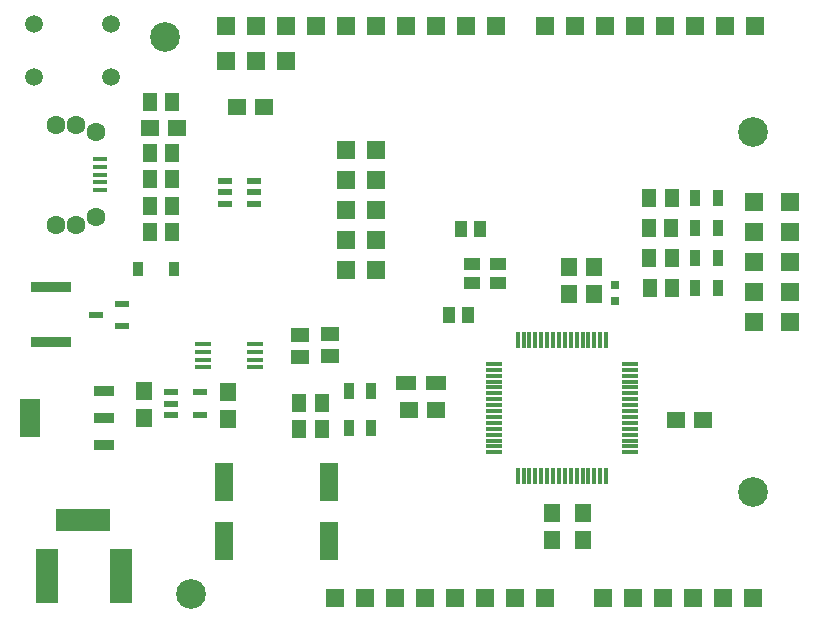
<source format=gtp>
G04 DesignSpark PCB Gerber Version 12.0 Build 5942*
%FSLAX35Y35*%
%MOMM*%
%AMT115*0 Rounded Rectangle Pad at angle 0*4,1,20,-0.89940,-2.29900,0.89940,-2.29900,0.91840,-2.29520,0.93450,-2.28440,0.94520,-2.26830,0.94900,-2.24940,0.94900,2.24940,0.94520,2.26840,0.93440,2.28450,0.91830,2.29520,0.89940,2.29900,-0.89940,2.29900,-0.91840,2.29520,-0.93450,2.28440,-0.94520,2.26830,-0.94900,2.24940,-0.94900,-2.24940,-0.94520,-2.26840,-0.93440,-2.28450,-0.91830,-2.29520,-0.89940,-2.29900,0*%
%ADD115T115*%
%ADD132R,0.29800X1.47300*%
%ADD125R,0.84800X1.19800*%
%ADD123R,0.89800X1.39800*%
%ADD134R,1.01800X1.46800*%
%ADD122R,1.29340X1.52200*%
%ADD120R,1.39500X1.52200*%
%ADD117R,1.59800X3.19800*%
%ADD119R,1.74800X3.19800*%
%ADD121R,1.52200X1.52200*%
%AMT116*0 Rounded Rectangle Pad at angle 90*4,1,20,2.29900,-0.89940,2.29900,0.89940,2.29520,0.91840,2.28440,0.93450,2.26830,0.94520,2.24940,0.94900,-2.24940,0.94900,-2.26840,0.94520,-2.28450,0.93440,-2.29520,0.91830,-2.29900,0.89940,-2.29900,-0.89940,-2.29520,-0.91840,-2.28440,-0.93450,-2.26830,-0.94520,-2.24940,-0.94900,2.24940,-0.94900,2.26840,-0.94520,2.28450,-0.93440,2.29520,-0.91830,2.29900,-0.89940,0*%
%ADD116T116*%
%ADD131R,1.47300X0.29800*%
%ADD128R,1.19800X0.44800*%
%ADD126R,1.39800X0.44800*%
%ADD124R,1.19800X0.59800*%
%ADD137R,0.69800X0.64800*%
%ADD130R,3.42800X0.84800*%
%ADD118R,1.74800X0.94800*%
%ADD133R,1.39800X1.09800*%
%ADD127R,1.52200X1.29340*%
%ADD138C,1.49800*%
%ADD129C,1.59800*%
%ADD136R,1.79800X1.29800*%
%ADD135R,1.52200X1.39500*%
%ADD114C,2.52200*%
X0Y0D02*
D02*
D114*
X43648050Y48045270D03*
X43868050Y43330270D03*
X48633050Y44195270D03*
Y47240270D03*
D02*
D115*
X42655050Y43488270D03*
X43275050D03*
D02*
D116*
X42955050Y43958270D03*
D02*
D117*
X44152050Y43779270D03*
Y44279270D03*
X45038050Y43782270D03*
Y44282270D03*
D02*
D118*
X43137050Y44592270D03*
Y44822270D03*
Y45052270D03*
D02*
D119*
X42507050Y44822270D03*
D02*
D120*
X43476050Y44824970D03*
Y45053570D03*
X44185550Y44810970D03*
Y45039570D03*
X46928050Y43791970D03*
Y44020570D03*
X47071050Y45870970D03*
Y46099570D03*
X47188050Y43790970D03*
Y44019570D03*
X47282050Y45872970D03*
Y46101570D03*
D02*
D121*
X44165550Y47847770D03*
X44170600Y48144000D03*
X44419550Y47847770D03*
X44424600Y48144000D03*
X44673550Y47847770D03*
X44678600Y48144000D03*
X44932600D03*
X45090000Y43301000D03*
X45186600Y46077770D03*
Y46331770D03*
Y46585770D03*
Y46839770D03*
Y47093770D03*
Y48144000D03*
X45344000Y43301000D03*
X45440600Y46077770D03*
Y46331770D03*
Y46585770D03*
Y46839770D03*
Y47093770D03*
Y48144000D03*
X45598000Y43301000D03*
X45694600Y48144000D03*
X45852000Y43301000D03*
X45948600Y48144000D03*
X46106000Y43301000D03*
X46202600Y48144000D03*
X46360000Y43301000D03*
X46456600Y48144000D03*
X46614000Y43301000D03*
X46865050Y48140270D03*
X46868000Y43301000D03*
X47119050Y48140270D03*
X47361000Y43301000D03*
X47373050Y48140270D03*
X47615000Y43301000D03*
X47627050Y48140270D03*
X47869000Y43301000D03*
X47881050Y48140270D03*
X48123000Y43301000D03*
X48135050Y48140270D03*
X48377000Y43301000D03*
X48389050Y48140270D03*
X48631000Y43301000D03*
X48641050Y45639270D03*
Y45893270D03*
Y46147270D03*
Y46401270D03*
Y46655270D03*
X48643050Y48140270D03*
X48942050Y45639270D03*
Y45893270D03*
Y46147270D03*
Y46401270D03*
Y46655270D03*
D02*
D122*
X43520800Y46620270D03*
Y46842270D03*
Y47064270D03*
X43523800Y46394270D03*
Y47495270D03*
X43711300Y46620270D03*
Y46842270D03*
Y47064270D03*
X43714300Y46394270D03*
Y47495270D03*
X44790300Y44727770D03*
Y44950270D03*
X44980800Y44727770D03*
Y44950270D03*
X47747800Y46432770D03*
X47752800Y46177770D03*
Y46682770D03*
X47755300Y45920270D03*
X47938300Y46432770D03*
X47943300Y46177770D03*
Y46682770D03*
X47945800Y45920270D03*
D02*
D123*
X45208050Y44740270D03*
Y45050270D03*
X45398050Y44740270D03*
Y45050270D03*
X48140550Y45920270D03*
X48140560Y46180270D03*
X48143050Y46432770D03*
Y46682770D03*
X48330550Y45920270D03*
X48330560Y46180270D03*
X48333050Y46432770D03*
Y46682770D03*
D02*
D124*
X43070050Y45692270D03*
X43290050Y45597270D03*
Y45787270D03*
X43702050Y44849270D03*
Y44944270D03*
Y45039270D03*
X43952050Y44849270D03*
Y45039270D03*
X44158050Y46637770D03*
Y46732770D03*
Y46827770D03*
X44408050Y46637770D03*
Y46732770D03*
Y46827770D03*
D02*
D125*
X43425550Y46080270D03*
X43730550D03*
D02*
D126*
X43975050Y45251770D03*
Y45316770D03*
Y45381770D03*
Y45446770D03*
X44415050Y45251770D03*
Y45316770D03*
Y45381770D03*
Y45446770D03*
D02*
D127*
X44792050Y45336020D03*
Y45526520D03*
X45051050Y45344020D03*
Y45534520D03*
D02*
D128*
X43100550Y46752770D03*
Y46817770D03*
Y46882770D03*
Y46947770D03*
Y47012770D03*
D02*
D129*
X42725550Y46460270D03*
Y47305270D03*
X42900550Y46460270D03*
Y47305270D03*
X43070550Y46522770D03*
Y47242770D03*
D02*
D130*
X42689050Y45469270D03*
Y45929270D03*
D02*
D131*
X46438250Y44531270D03*
Y44581270D03*
Y44631270D03*
Y44681270D03*
Y44731270D03*
Y44781270D03*
Y44831270D03*
Y44881270D03*
Y44931270D03*
Y44981270D03*
Y45031270D03*
Y45081270D03*
Y45131270D03*
Y45181270D03*
Y45231270D03*
Y45281270D03*
X47585850Y44531270D03*
Y44581270D03*
Y44631270D03*
Y44681270D03*
Y44731270D03*
Y44781270D03*
Y44831270D03*
Y44881270D03*
Y44931270D03*
Y44981270D03*
Y45031270D03*
Y45081270D03*
Y45131270D03*
Y45181270D03*
Y45231270D03*
Y45281270D03*
D02*
D132*
X46637050Y44332470D03*
Y45480070D03*
X46687050Y44332470D03*
Y45480070D03*
X46737050Y44332470D03*
Y45480070D03*
X46787050Y44332470D03*
Y45480070D03*
X46837050Y44332470D03*
Y45480070D03*
X46887050Y44332470D03*
Y45480070D03*
X46937050Y44332470D03*
Y45480070D03*
X46987050Y44332470D03*
Y45480070D03*
X47037050Y44332470D03*
Y45480070D03*
X47087050Y44332470D03*
Y45480070D03*
X47137050Y44332470D03*
Y45480070D03*
X47187050Y44332470D03*
Y45480070D03*
X47237050Y44332470D03*
Y45480070D03*
X47287050Y44332470D03*
Y45480070D03*
X47337050Y44332470D03*
Y45480070D03*
X47387050Y44332470D03*
Y45480070D03*
D02*
D133*
X46248050Y45963270D03*
Y46123270D03*
X46468050Y45963270D03*
Y46123270D03*
D02*
D134*
X46055550Y45692770D03*
X46158050Y46420270D03*
X46215550Y45692770D03*
X46318050Y46420270D03*
D02*
D135*
X43527750Y47279270D03*
X43756350D03*
X44261250Y47455270D03*
X44489850D03*
X45717750Y44890270D03*
X45946350D03*
X47976750Y44806270D03*
X48205350D03*
D02*
D136*
X45689050Y45116270D03*
X45949050D03*
D02*
D137*
X47464550Y45810270D03*
Y45945270D03*
D02*
D138*
X42546050Y47710270D03*
Y48160270D03*
X43196050Y47710270D03*
Y48160270D03*
X0Y0D02*
M02*

</source>
